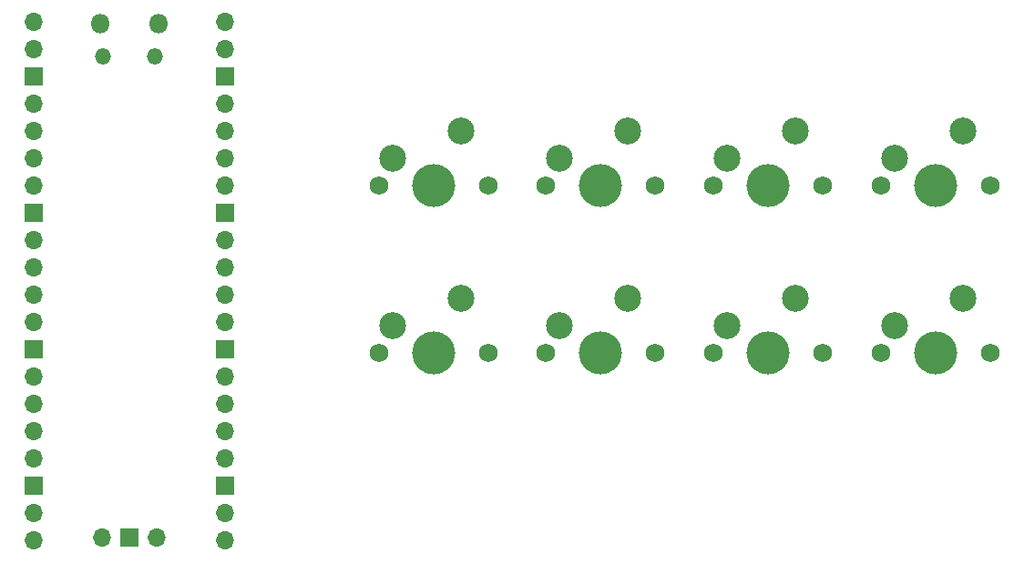
<source format=gbr>
%TF.GenerationSoftware,KiCad,Pcbnew,7.0.6*%
%TF.CreationDate,2023-07-15T16:08:07+01:00*%
%TF.ProjectId,Pico-Powered Keyboard,5069636f-2d50-46f7-9765-726564204b65,rev?*%
%TF.SameCoordinates,Original*%
%TF.FileFunction,Soldermask,Bot*%
%TF.FilePolarity,Negative*%
%FSLAX46Y46*%
G04 Gerber Fmt 4.6, Leading zero omitted, Abs format (unit mm)*
G04 Created by KiCad (PCBNEW 7.0.6) date 2023-07-15 16:08:07*
%MOMM*%
%LPD*%
G01*
G04 APERTURE LIST*
%ADD10O,1.800000X1.800000*%
%ADD11O,1.500000X1.500000*%
%ADD12O,1.700000X1.700000*%
%ADD13R,1.700000X1.700000*%
%ADD14C,2.500000*%
%ADD15C,4.000000*%
%ADD16C,1.750000*%
G04 APERTURE END LIST*
D10*
%TO.C,U2*%
X90355000Y-38230000D03*
X84905000Y-38230000D03*
D11*
X85205000Y-41260000D03*
X90055000Y-41260000D03*
D12*
X78740000Y-38100000D03*
X78740000Y-40640000D03*
D13*
X78740000Y-43180000D03*
D12*
X78740000Y-45720000D03*
X78740000Y-48260000D03*
X78740000Y-50800000D03*
X78740000Y-53340000D03*
D13*
X78740000Y-55880000D03*
D12*
X78740000Y-58420000D03*
X78740000Y-60960000D03*
X78740000Y-63500000D03*
X78740000Y-66040000D03*
D13*
X78740000Y-68580000D03*
D12*
X78740000Y-71120000D03*
X78740000Y-73660000D03*
X78740000Y-76200000D03*
X78740000Y-78740000D03*
D13*
X78740000Y-81280000D03*
D12*
X78740000Y-83820000D03*
X78740000Y-86360000D03*
X96520000Y-86360000D03*
X96520000Y-83820000D03*
D13*
X96520000Y-81280000D03*
D12*
X96520000Y-78740000D03*
X96520000Y-76200000D03*
X96520000Y-73660000D03*
X96520000Y-71120000D03*
D13*
X96520000Y-68580000D03*
D12*
X96520000Y-66040000D03*
X96520000Y-63500000D03*
X96520000Y-60960000D03*
X96520000Y-58420000D03*
D13*
X96520000Y-55880000D03*
D12*
X96520000Y-53340000D03*
X96520000Y-50800000D03*
X96520000Y-48260000D03*
X96520000Y-45720000D03*
D13*
X96520000Y-43180000D03*
D12*
X96520000Y-40640000D03*
X96520000Y-38100000D03*
X85090000Y-86130000D03*
D13*
X87630000Y-86130000D03*
D12*
X90170000Y-86130000D03*
%TD*%
D14*
%TO.C,SW8*%
X158750000Y-66350000D03*
X165100000Y-63810000D03*
D15*
X162560000Y-68890000D03*
D16*
X157480000Y-68890000D03*
X167640000Y-68890000D03*
%TD*%
D14*
%TO.C,SW7*%
X158750000Y-50800000D03*
X165100000Y-48260000D03*
D15*
X162560000Y-53340000D03*
D16*
X157480000Y-53340000D03*
X167640000Y-53340000D03*
%TD*%
D14*
%TO.C,SW6*%
X143200000Y-66350000D03*
X149550000Y-63810000D03*
D15*
X147010000Y-68890000D03*
D16*
X141930000Y-68890000D03*
X152090000Y-68890000D03*
%TD*%
D14*
%TO.C,SW5*%
X143200000Y-50800000D03*
X149550000Y-48260000D03*
D15*
X147010000Y-53340000D03*
D16*
X141930000Y-53340000D03*
X152090000Y-53340000D03*
%TD*%
D14*
%TO.C,SW4*%
X127650000Y-66350000D03*
X134000000Y-63810000D03*
D15*
X131460000Y-68890000D03*
D16*
X126380000Y-68890000D03*
X136540000Y-68890000D03*
%TD*%
D14*
%TO.C,SW3*%
X127650000Y-50800000D03*
X134000000Y-48260000D03*
D15*
X131460000Y-53340000D03*
D16*
X126380000Y-53340000D03*
X136540000Y-53340000D03*
%TD*%
D14*
%TO.C,SW2*%
X112100000Y-66350000D03*
X118450000Y-63810000D03*
D15*
X115910000Y-68890000D03*
D16*
X110830000Y-68890000D03*
X120990000Y-68890000D03*
%TD*%
D14*
%TO.C,SW1*%
X112100000Y-50800000D03*
X118450000Y-48260000D03*
D15*
X115910000Y-53340000D03*
D16*
X110830000Y-53340000D03*
X120990000Y-53340000D03*
%TD*%
M02*

</source>
